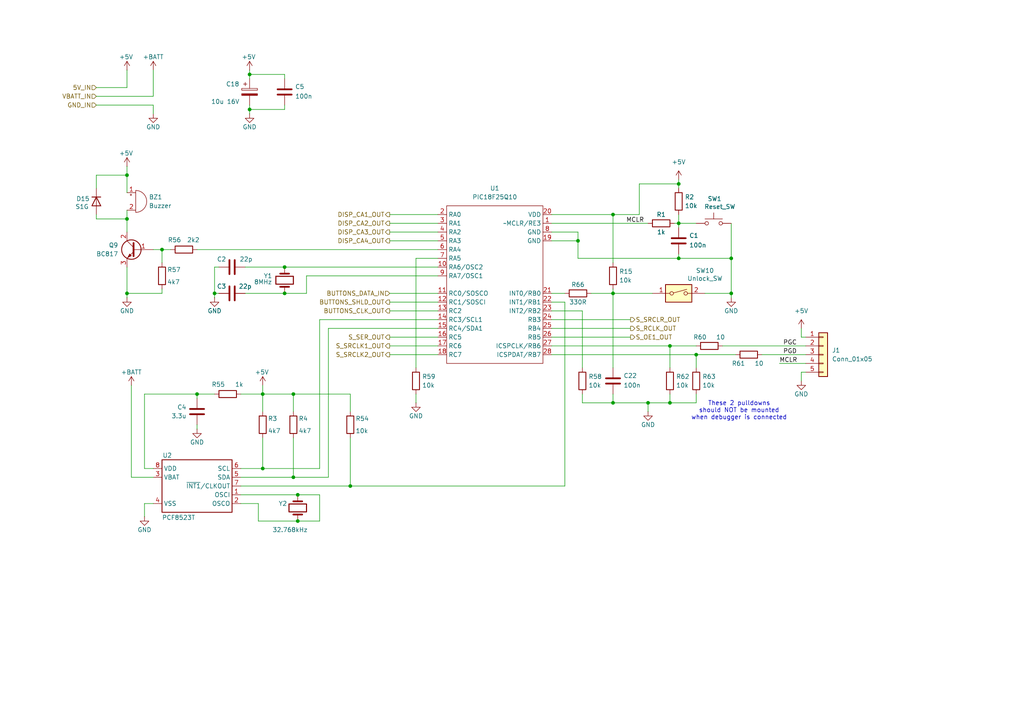
<source format=kicad_sch>
(kicad_sch (version 20231120) (generator "eeschema") (generator_version "8.0")
  (paper "A4")
  (lib_symbols
    (symbol "alf64:+5V" (power) (pin_numbers hide) (pin_names (offset 0) hide)
      (property "Value" "+5V" (at 0 3.556 0))
      (symbol "+5V_0_1"
        (polyline (pts (xy -0.762 1.27) (xy 0 2.54)))
        (polyline (pts (xy 0 0) (xy 0 2.54)))
        (polyline (pts (xy 0 2.54) (xy 0.762 1.27)))
      )
      (symbol "+5V_1_1"
        (pin power_in line (at 0 0 90) (length 0) (name "~") (number "1"))
      )
    )
    (symbol "alf64:+BATT" (power) (pin_numbers hide) (pin_names (offset 0) hide)
      (property "Value" "+BATT" (at 0 3.556 0))
      (symbol "+BATT_0_1"
        (polyline (pts (xy -0.762 1.27) (xy 0 2.54)))
        (polyline (pts (xy 0 0) (xy 0 2.54)))
        (polyline (pts (xy 0 2.54) (xy 0.762 1.27)))
      )
      (symbol "+BATT_1_1"
        (pin power_in line (at 0 0 90) (length 0) (name "~") (number "1"))
      )
    )
    (symbol "alf64:Buzzer" (pin_names (offset 0.0254) hide)
      (property "Reference" "BZ" (at 3.81 1.27 0))
      (property "Value" "Buzzer" (at 3.81 -1.27 0))
      (symbol "Buzzer_0_1"
        (arc (start 0 -3.175) (mid 3.1612 0) (end 0 3.175))
        (polyline (pts (xy -1.651 1.905) (xy -1.143 1.905)))
        (polyline (pts (xy -1.397 2.159) (xy -1.397 1.651)))
        (polyline (pts (xy 0 3.175) (xy 0 -3.175)))
      )
      (symbol "Buzzer_1_1"
        (pin passive line (at -2.54 2.54 0) (length 2.54) (name "+") (number "1"))
        (pin passive line (at -2.54 -2.54 0) (length 2.54) (name "-") (number "2"))
      )
    )
    (symbol "alf64:C" (pin_numbers hide) (pin_names (offset 0.254))
      (property "Reference" "C" (at 0.635 2.54 0))
      (property "Value" "C" (at 0.635 -2.54 0))
      (symbol "C_0_1"
        (polyline (pts (xy -2.032 -0.762) (xy 2.032 -0.762)) (stroke (width 0.508)))
        (polyline (pts (xy -2.032 0.762) (xy 2.032 0.762)) (stroke (width 0.508)))
      )
      (symbol "C_1_1"
        (pin passive line (at 0 3.81 270) (length 2.794) (name "~") (number "1"))
        (pin passive line (at 0 -3.81 90) (length 2.794) (name "~") (number "2"))
      )
    )
    (symbol "alf64:C_Polarized" (pin_numbers hide) (pin_names (offset 0.254))
      (property "Reference" "C" (at 0.635 2.54 0))
      (property "Value" "C_Polarized" (at 0.635 -2.54 0))
      (symbol "C_Polarized_0_1"
        (rectangle (start -2.286 0.508) (end 2.286 1.016))
        (polyline (pts (xy -1.778 2.286) (xy -0.762 2.286)))
        (polyline (pts (xy -1.27 2.794) (xy -1.27 1.778)))
        (rectangle (start 2.286 -0.508) (end -2.286 -1.016) (fill (type outline)))
      )
      (symbol "C_Polarized_1_1"
        (pin passive line (at 0 3.81 270) (length 2.794) (name "~") (number "1"))
        (pin passive line (at 0 -3.81 90) (length 2.794) (name "~") (number "2"))
      )
    )
    (symbol "alf64:Conn_01x05" (pin_names (offset 1.016) hide)
      (property "Reference" "J" (at 0 7.62 0))
      (property "Value" "Conn_01x05" (at 0 -7.62 0))
      (symbol "Conn_01x05_1_1"
        (rectangle (start -1.27 -4.953) (end 0 -5.207) (stroke (width 0.1524)))
        (rectangle (start -1.27 -2.413) (end 0 -2.667) (stroke (width 0.1524)))
        (rectangle (start -1.27 0.127) (end 0 -0.127) (stroke (width 0.1524)))
        (rectangle (start -1.27 2.667) (end 0 2.413) (stroke (width 0.1524)))
        (rectangle (start -1.27 5.207) (end 0 4.953) (stroke (width 0.1524)))
        (rectangle (start -1.27 6.35) (end 1.27 -6.35) (stroke (width 0.254)) (fill (type background)))
        (pin passive line (at -5.08 5.08 0) (length 3.81) (name "Pin_1") (number "1"))
        (pin passive line (at -5.08 2.54 0) (length 3.81) (name "Pin_2") (number "2"))
        (pin passive line (at -5.08 0 0) (length 3.81) (name "Pin_3") (number "3"))
        (pin passive line (at -5.08 -2.54 0) (length 3.81) (name "Pin_4") (number "4"))
        (pin passive line (at -5.08 -5.08 0) (length 3.81) (name "Pin_5") (number "5"))
      )
    )
    (symbol "alf64:Crystal" (pin_numbers hide) (pin_names (offset 1.016) hide)
      (property "Reference" "Y" (at 0 3.81 0))
      (property "Value" "Crystal" (at 0 -3.81 0))
      (symbol "Crystal_0_1"
        (rectangle (start -1.143 2.54) (end 1.143 -2.54) (stroke (width 0.3048)))
        (polyline (pts (xy -2.54 0) (xy -1.905 0)))
        (polyline (pts (xy -1.905 -1.27) (xy -1.905 1.27)) (stroke (width 0.508)))
        (polyline (pts (xy 1.905 -1.27) (xy 1.905 1.27)) (stroke (width 0.508)))
        (polyline (pts (xy 2.54 0) (xy 1.905 0)))
      )
      (symbol "Crystal_1_1"
        (pin passive line (at -3.81 0 0) (length 1.27) (name "1") (number "1"))
        (pin passive line (at 3.81 0 180) (length 1.27) (name "2") (number "2"))
      )
    )
    (symbol "alf64:D" (pin_numbers hide) (pin_names (offset 1.016) hide)
      (property "Reference" "D" (at 0 2.54 0))
      (property "Value" "D" (at 0 -2.54 0))
      (symbol "D_0_1"
        (polyline (pts (xy -1.27 1.27) (xy -1.27 -1.27)) (stroke (width 0.254)))
        (polyline (pts (xy 1.27 0) (xy -1.27 0)))
        (polyline (pts (xy 1.27 1.27) (xy 1.27 -1.27) (xy -1.27 0) (xy 1.27 1.27)) (stroke (width 0.254)))
      )
      (symbol "D_1_1"
        (pin passive line (at -3.81 0 0) (length 2.54) (name "K") (number "1"))
        (pin passive line (at 3.81 0 180) (length 2.54) (name "A") (number "2"))
      )
    )
    (symbol "alf64:GND" (power) (pin_numbers hide) (pin_names (offset 0) hide)
      (property "Value" "GND" (at 0 -3.81 0))
      (symbol "GND_0_1"
        (polyline (pts (xy 0 0) (xy 0 -1.27) (xy 1.27 -1.27) (xy 0 -2.54) (xy -1.27 -1.27) (xy 0 -1.27)))
      )
      (symbol "GND_1_1"
        (pin power_in line (at 0 0 270) (length 0) (name "~") (number "1"))
      )
    )
    (symbol "alf64:PCF8523T"
      (property "Reference" "U" (at -10.16 8.89 0))
      (property "Value" "PCF8523T" (at -10.414 -9.144 0))
      (symbol "PCF8523T_0_1"
        (rectangle (start -10.16 7.62) (end 10.16 -7.62) (stroke (width 0.254)))
      )
      (symbol "PCF8523T_1_1"
        (pin input line (at -12.7 -2.54 0) (length 2.54) (name "OSCI") (number "1"))
        (pin output line (at -12.7 -5.08 0) (length 2.54) (name "OSCO") (number "2"))
        (pin power_in line (at 12.7 2.54 180) (length 2.54) (name "VBAT") (number "3"))
        (pin power_in line (at 12.7 -5.08 180) (length 2.54) (name "VSS") (number "4"))
        (pin bidirectional line (at -12.7 2.54 0) (length 2.54) (name "SDA") (number "5"))
        (pin input line (at -12.7 5.08 0) (length 2.54) (name "SCL") (number "6"))
        (pin open_collector line (at -12.7 0 0) (length 2.54) (name "~{INT1}/CLKOUT") (number "7"))
        (pin power_in line (at 12.7 5.08 180) (length 2.54) (name "VDD") (number "8"))
      )
    )
    (symbol "alf64:PIC18F25Q10"
      (property "Reference" "U" (at -6.096 23.114 0))
      (property "Value" "PIC18F25Q10" (at 1.524 -25.908 0))
      (symbol "PIC18F25Q10_0_1"
        (rectangle (start -12.7 21.59) (end 15.24 -24.13))
      )
      (symbol "PIC18F25Q10_1_1"
        (pin tri_state line (at 17.78 16.51 180) (length 2.54) (name "~MCLR/RE3") (number "1"))
        (pin tri_state line (at -15.24 3.81 0) (length 2.54) (name "RA6/OSC2") (number "10"))
        (pin tri_state line (at -15.24 -3.81 0) (length 2.54) (name "RC0/SOSCO") (number "11"))
        (pin tri_state line (at -15.24 -6.35 0) (length 2.54) (name "RC1/SOSCI") (number "12"))
        (pin tri_state line (at -15.24 -8.89 0) (length 2.54) (name "RC2") (number "13"))
        (pin tri_state line (at -15.24 -11.43 0) (length 2.54) (name "RC3/SCL1") (number "14"))
        (pin tri_state line (at -15.24 -13.97 0) (length 2.54) (name "RC4/SDA1") (number "15"))
        (pin tri_state line (at -15.24 -16.51 0) (length 2.54) (name "RC5") (number "16"))
        (pin tri_state line (at -15.24 -19.05 0) (length 2.54) (name "RC6") (number "17"))
        (pin tri_state line (at -15.24 -21.59 0) (length 2.54) (name "RC7") (number "18"))
        (pin power_out line (at 17.78 11.43 180) (length 2.54) (name "GND") (number "19"))
        (pin tri_state line (at -15.24 19.05 0) (length 2.54) (name "RA0") (number "2"))
        (pin power_in line (at 17.78 19.05 180) (length 2.54) (name "VDD") (number "20"))
        (pin tri_state line (at 17.78 -3.81 180) (length 2.54) (name "INT0/RB0") (number "21"))
        (pin tri_state line (at 17.78 -6.35 180) (length 2.54) (name "INT1/RB1") (number "22"))
        (pin tri_state line (at 17.78 -8.89 180) (length 2.54) (name "INT2/RB2") (number "23"))
        (pin tri_state line (at 17.78 -11.43 180) (length 2.54) (name "RB3") (number "24"))
        (pin tri_state line (at 17.78 -13.97 180) (length 2.54) (name "RB4") (number "25"))
        (pin tri_state line (at 17.78 -16.51 180) (length 2.54) (name "RB5") (number "26"))
        (pin tri_state line (at 17.78 -19.05 180) (length 2.54) (name "ICSPCLK/RB6") (number "27"))
        (pin tri_state line (at 17.78 -21.59 180) (length 2.54) (name "ICSPDAT/RB7") (number "28"))
        (pin tri_state line (at -15.24 16.51 0) (length 2.54) (name "RA1") (number "3"))
        (pin tri_state line (at -15.24 13.97 0) (length 2.54) (name "RA2") (number "4"))
        (pin tri_state line (at -15.24 11.43 0) (length 2.54) (name "RA3") (number "5"))
        (pin tri_state line (at -15.24 8.89 0) (length 2.54) (name "RA4") (number "6"))
        (pin tri_state line (at -15.24 6.35 0) (length 2.54) (name "RA5") (number "7"))
        (pin power_out line (at 17.78 13.97 180) (length 2.54) (name "GND") (number "8"))
        (pin tri_state line (at -15.24 1.27 0) (length 2.54) (name "RA7/OSC1") (number "9"))
      )
    )
    (symbol "alf64:Q_NPN_BCE" (pin_names (offset 0) hide)
      (property "Reference" "Q" (at 5.08 1.27 0))
      (property "Value" "Q_NPN_BCE" (at 5.08 -1.27 0))
      (symbol "Q_NPN_BCE_0_1"
        (polyline (pts (xy 0.635 0.635) (xy 2.54 2.54)))
        (polyline (pts (xy 0.635 -0.635) (xy 2.54 -2.54) (xy 2.54 -2.54)))
        (polyline (pts (xy 0.635 1.905) (xy 0.635 -1.905) (xy 0.635 -1.905)) (stroke (width 0.508)))
        (polyline (pts (xy 1.27 -1.778) (xy 1.778 -1.27) (xy 2.286 -2.286) (xy 1.27 -1.778) (xy 1.27 -1.778)) (fill (type outline)))
        (circle (center 1.27 0) (radius 2.8194) (stroke (width 0.254)))
      )
      (symbol "Q_NPN_BCE_1_1"
        (pin input line (at -5.08 0 0) (length 5.715) (name "B") (number "1"))
        (pin passive line (at 2.54 5.08 270) (length 2.54) (name "C") (number "2"))
        (pin passive line (at 2.54 -5.08 90) (length 2.54) (name "E") (number "3"))
      )
    )
    (symbol "alf64:R" (pin_numbers hide) (pin_names (offset 0))
      (property "Reference" "R" (at 2.032 0 90))
      (property "Value" "R" (at 0 0 90))
      (symbol "R_0_1"
        (rectangle (start -1.016 -2.54) (end 1.016 2.54) (stroke (width 0.254)))
      )
      (symbol "R_1_1"
        (pin passive line (at 0 3.81 270) (length 1.27) (name "~") (number "1"))
        (pin passive line (at 0 -3.81 90) (length 1.27) (name "~") (number "2"))
      )
    )
    (symbol "alf64:SW_DIP_x01" (pin_names (offset 0) hide)
      (property "Reference" "SW" (at 0 3.81 0))
      (property "Value" "SW_DIP_x01" (at 0 -3.81 0))
      (symbol "SW_DIP_x01_0_0"
        (circle (center -2.032 0) (radius 0.508))
        (polyline (pts (xy -1.524 0.127) (xy 2.3622 1.1684)))
        (circle (center 2.032 0) (radius 0.508))
      )
      (symbol "SW_DIP_x01_0_1"
        (rectangle (start -3.81 2.54) (end 3.81 -2.54) (stroke (width 0.254)) (fill (type background)))
      )
      (symbol "SW_DIP_x01_1_1"
        (pin passive line (at -7.62 0 0) (length 5.08) (name "~") (number "1"))
        (pin passive line (at 7.62 0 180) (length 5.08) (name "~") (number "2"))
      )
    )
    (symbol "alf64:SW_Push" (pin_numbers hide) (pin_names (offset 1.016) hide)
      (property "Reference" "SW" (at 1.27 2.54 0))
      (property "Value" "SW_Push" (at 0 -1.524 0))
      (symbol "SW_Push_0_1"
        (circle (center -2.032 0) (radius 0.508))
        (polyline (pts (xy 0 1.27) (xy 0 3.048)))
        (polyline (pts (xy 2.54 1.27) (xy -2.54 1.27)))
        (circle (center 2.032 0) (radius 0.508))
        (pin passive line (at -5.08 0 0) (length 2.54) (name "1") (number "1"))
        (pin passive line (at 5.08 0 180) (length 2.54) (name "2") (number "2"))
      )
    )
  )
  (junction (at 194.31 116.84))
  (junction (at 72.39 31.75))
  (junction (at 86.36 143.51))
  (junction (at 57.15 114.3))
  (junction (at 36.83 63.5))
  (junction (at 196.85 74.93))
  (junction (at 72.39 21.59))
  (junction (at 212.09 85.09))
  (junction (at 196.85 64.77))
  (junction (at 36.83 50.8))
  (junction (at 167.64 69.85))
  (junction (at 76.2 135.89))
  (junction (at 177.8 62.23))
  (junction (at 85.09 114.3))
  (junction (at 62.23 85.09))
  (junction (at 82.55 77.47))
  (junction (at 212.09 74.93))
  (junction (at 85.09 138.43))
  (junction (at 36.83 85.09))
  (junction (at 101.6 140.97))
  (junction (at 46.99 72.39))
  (junction (at 194.31 100.33))
  (junction (at 76.2 114.3))
  (junction (at 86.36 151.13))
  (junction (at 177.8 85.09))
  (junction (at 201.93 102.87))
  (junction (at 196.85 53.34))
  (junction (at 187.96 116.84))
  (junction (at 82.55 85.09))
  (junction (at 177.8 116.84))
  (wire (pts (xy 69.85 114.3) (xy 76.2 114.3)))
  (wire (pts (xy 167.64 74.93) (xy 196.85 74.93)))
  (wire (pts (xy 113.03 97.79) (xy 127 97.79)))
  (wire (pts (xy 95.25 95.25) (xy 127 95.25)))
  (wire (pts (xy 38.1 111.76) (xy 38.1 138.43)))
  (wire (pts (xy 168.91 116.84) (xy 177.8 116.84)))
  (wire (pts (xy 44.45 72.39) (xy 46.99 72.39)))
  (wire (pts (xy 95.25 95.25) (xy 95.25 138.43)))
  (wire (pts (xy 41.91 135.89) (xy 44.45 135.89)))
  (wire (pts (xy 194.31 100.33) (xy 201.93 100.33)))
  (wire (pts (xy 88.9 80.01) (xy 88.9 85.09)))
  (wire (pts (xy 201.93 102.87) (xy 213.36 102.87)))
  (wire (pts (xy 71.12 77.47) (xy 82.55 77.47)))
  (wire (pts (xy 76.2 114.3) (xy 85.09 114.3)))
  (wire (pts (xy 220.98 102.87) (xy 233.68 102.87)))
  (wire (pts (xy 171.45 85.09) (xy 177.8 85.09)))
  (wire (pts (xy 168.91 114.3) (xy 168.91 116.84)))
  (wire (pts (xy 72.39 22.86) (xy 72.39 21.59)))
  (wire (pts (xy 85.09 138.43) (xy 95.25 138.43)))
  (wire (pts (xy 36.83 85.09) (xy 36.83 86.36)))
  (wire (pts (xy 82.55 30.48) (xy 82.55 31.75)))
  (wire (pts (xy 92.71 92.71) (xy 127 92.71)))
  (wire (pts (xy 167.64 67.31) (xy 167.64 69.85)))
  (wire (pts (xy 101.6 140.97) (xy 163.83 140.97)))
  (wire (pts (xy 120.65 74.93) (xy 120.65 106.68)))
  (wire (pts (xy 101.6 119.38) (xy 101.6 114.3)))
  (wire (pts (xy 86.36 143.51) (xy 92.71 143.51)))
  (wire (pts (xy 27.94 27.94) (xy 44.45 27.94)))
  (wire (pts (xy 160.02 97.79) (xy 182.88 97.79)))
  (wire (pts (xy 36.83 60.96) (xy 36.83 63.5)))
  (wire (pts (xy 36.83 63.5) (xy 36.83 67.31)))
  (wire (pts (xy 44.45 33.02) (xy 44.45 30.48)))
  (wire (pts (xy 113.03 87.63) (xy 127 87.63)))
  (wire (pts (xy 212.09 74.93) (xy 196.85 74.93)))
  (wire (pts (xy 120.65 114.3) (xy 120.65 116.84)))
  (wire (pts (xy 82.55 21.59) (xy 72.39 21.59)))
  (wire (pts (xy 163.83 140.97) (xy 163.83 87.63)))
  (wire (pts (xy 177.8 85.09) (xy 189.23 85.09)))
  (wire (pts (xy 92.71 151.13) (xy 92.71 143.51)))
  (wire (pts (xy 113.03 102.87) (xy 127 102.87)))
  (wire (pts (xy 196.85 52.07) (xy 196.85 53.34)))
  (wire (pts (xy 46.99 72.39) (xy 46.99 76.2)))
  (wire (pts (xy 76.2 111.76) (xy 76.2 114.3)))
  (wire (pts (xy 57.15 114.3) (xy 57.15 115.57)))
  (wire (pts (xy 160.02 100.33) (xy 194.31 100.33)))
  (wire (pts (xy 113.03 69.85) (xy 127 69.85)))
  (wire (pts (xy 36.83 20.32) (xy 36.83 25.4)))
  (wire (pts (xy 113.03 90.17) (xy 127 90.17)))
  (wire (pts (xy 167.64 69.85) (xy 167.64 74.93)))
  (wire (pts (xy 113.03 64.77) (xy 127 64.77)))
  (wire (pts (xy 212.09 85.09) (xy 212.09 86.36)))
  (wire (pts (xy 85.09 127) (xy 85.09 138.43)))
  (wire (pts (xy 62.23 85.09) (xy 62.23 86.36)))
  (wire (pts (xy 212.09 74.93) (xy 212.09 85.09)))
  (wire (pts (xy 168.91 90.17) (xy 168.91 106.68)))
  (wire (pts (xy 196.85 53.34) (xy 196.85 54.61)))
  (wire (pts (xy 177.8 85.09) (xy 177.8 106.68)))
  (wire (pts (xy 36.83 85.09) (xy 46.99 85.09)))
  (wire (pts (xy 46.99 72.39) (xy 49.53 72.39)))
  (wire (pts (xy 85.09 114.3) (xy 85.09 119.38)))
  (wire (pts (xy 233.68 107.95) (xy 232.41 107.95)))
  (wire (pts (xy 36.83 50.8) (xy 36.83 55.88)))
  (wire (pts (xy 57.15 72.39) (xy 127 72.39)))
  (wire (pts (xy 226.06 105.41) (xy 233.68 105.41)))
  (wire (pts (xy 72.39 30.48) (xy 72.39 31.75)))
  (wire (pts (xy 69.85 146.05) (xy 74.93 146.05)))
  (wire (pts (xy 212.09 64.77) (xy 212.09 74.93)))
  (wire (pts (xy 113.03 85.09) (xy 127 85.09)))
  (wire (pts (xy 27.94 50.8) (xy 36.83 50.8)))
  (wire (pts (xy 82.55 31.75) (xy 72.39 31.75)))
  (wire (pts (xy 209.55 100.33) (xy 233.68 100.33)))
  (wire (pts (xy 160.02 92.71) (xy 182.88 92.71)))
  (wire (pts (xy 101.6 127) (xy 101.6 140.97)))
  (wire (pts (xy 160.02 64.77) (xy 187.96 64.77)))
  (wire (pts (xy 27.94 54.61) (xy 27.94 50.8)))
  (wire (pts (xy 57.15 123.19) (xy 57.15 124.46)))
  (wire (pts (xy 196.85 64.77) (xy 201.93 64.77)))
  (wire (pts (xy 185.42 62.23) (xy 185.42 53.34)))
  (wire (pts (xy 201.93 102.87) (xy 201.93 106.68)))
  (wire (pts (xy 76.2 127) (xy 76.2 135.89)))
  (wire (pts (xy 187.96 116.84) (xy 194.31 116.84)))
  (wire (pts (xy 27.94 30.48) (xy 44.45 30.48)))
  (wire (pts (xy 113.03 100.33) (xy 127 100.33)))
  (wire (pts (xy 160.02 90.17) (xy 168.91 90.17)))
  (wire (pts (xy 160.02 69.85) (xy 167.64 69.85)))
  (wire (pts (xy 185.42 53.34) (xy 196.85 53.34)))
  (wire (pts (xy 44.45 146.05) (xy 41.91 146.05)))
  (wire (pts (xy 120.65 74.93) (xy 127 74.93)))
  (wire (pts (xy 27.94 63.5) (xy 36.83 63.5)))
  (wire (pts (xy 72.39 31.75) (xy 72.39 33.02)))
  (wire (pts (xy 69.85 143.51) (xy 86.36 143.51)))
  (wire (pts (xy 113.03 67.31) (xy 127 67.31)))
  (wire (pts (xy 36.83 50.8) (xy 36.83 48.26)))
  (wire (pts (xy 160.02 67.31) (xy 167.64 67.31)))
  (wire (pts (xy 160.02 85.09) (xy 163.83 85.09)))
  (wire (pts (xy 41.91 114.3) (xy 57.15 114.3)))
  (wire (pts (xy 177.8 62.23) (xy 177.8 76.2)))
  (wire (pts (xy 196.85 64.77) (xy 196.85 66.04)))
  (wire (pts (xy 113.03 62.23) (xy 127 62.23)))
  (wire (pts (xy 160.02 102.87) (xy 201.93 102.87)))
  (wire (pts (xy 177.8 116.84) (xy 187.96 116.84)))
  (wire (pts (xy 177.8 85.09) (xy 177.8 83.82)))
  (wire (pts (xy 82.55 77.47) (xy 127 77.47)))
  (wire (pts (xy 232.41 107.95) (xy 232.41 110.49)))
  (wire (pts (xy 27.94 62.23) (xy 27.94 63.5)))
  (wire (pts (xy 74.93 151.13) (xy 86.36 151.13)))
  (wire (pts (xy 86.36 151.13) (xy 92.71 151.13)))
  (wire (pts (xy 63.5 77.47) (xy 62.23 77.47)))
  (wire (pts (xy 187.96 116.84) (xy 187.96 119.38)))
  (wire (pts (xy 88.9 80.01) (xy 127 80.01)))
  (wire (pts (xy 69.85 140.97) (xy 101.6 140.97)))
  (wire (pts (xy 196.85 73.66) (xy 196.85 74.93)))
  (wire (pts (xy 177.8 114.3) (xy 177.8 116.84)))
  (wire (pts (xy 62.23 114.3) (xy 57.15 114.3)))
  (wire (pts (xy 44.45 20.32) (xy 44.45 27.94)))
  (wire (pts (xy 71.12 85.09) (xy 82.55 85.09)))
  (wire (pts (xy 204.47 85.09) (xy 212.09 85.09)))
  (wire (pts (xy 41.91 146.05) (xy 41.91 149.86)))
  (wire (pts (xy 82.55 21.59) (xy 82.55 22.86)))
  (wire (pts (xy 160.02 62.23) (xy 177.8 62.23)))
  (wire (pts (xy 82.55 85.09) (xy 88.9 85.09)))
  (wire (pts (xy 92.71 135.89) (xy 92.71 92.71)))
  (wire (pts (xy 72.39 20.32) (xy 72.39 21.59)))
  (wire (pts (xy 69.85 135.89) (xy 76.2 135.89)))
  (wire (pts (xy 194.31 100.33) (xy 194.31 106.68)))
  (wire (pts (xy 101.6 114.3) (xy 85.09 114.3)))
  (wire (pts (xy 233.68 97.79) (xy 232.41 97.79)))
  (wire (pts (xy 44.45 138.43) (xy 38.1 138.43)))
  (wire (pts (xy 196.85 62.23) (xy 196.85 64.77)))
  (wire (pts (xy 41.91 114.3) (xy 41.91 135.89)))
  (wire (pts (xy 62.23 85.09) (xy 63.5 85.09)))
  (wire (pts (xy 27.94 25.4) (xy 36.83 25.4)))
  (wire (pts (xy 160.02 87.63) (xy 163.83 87.63)))
  (wire (pts (xy 160.02 95.25) (xy 182.88 95.25)))
  (wire (pts (xy 46.99 83.82) (xy 46.99 85.09)))
  (wire (pts (xy 201.93 116.84) (xy 194.31 116.84)))
  (wire (pts (xy 62.23 77.47) (xy 62.23 85.09)))
  (wire (pts (xy 76.2 135.89) (xy 92.71 135.89)))
  (wire (pts (xy 76.2 114.3) (xy 76.2 119.38)))
  (wire (pts (xy 194.31 114.3) (xy 194.31 116.84)))
  (wire (pts (xy 232.41 97.79) (xy 232.41 95.25)))
  (wire (pts (xy 177.8 62.23) (xy 185.42 62.23)))
  (wire (pts (xy 201.93 114.3) (xy 201.93 116.84)))
  (wire (pts (xy 69.85 138.43) (xy 85.09 138.43)))
  (wire (pts (xy 36.83 77.47) (xy 36.83 85.09)))
  (wire (pts (xy 74.93 146.05) (xy 74.93 151.13)))
  (wire (pts (xy 196.85 64.77) (xy 195.58 64.77)))
  (text "These 2 pulldowns\nshould NOT be mounted\nwhen debugger is connected" (at 214.376 119.126 0) (effects (font (size 1.27 1.27))))
  (label "MCLR" (at 181.61 64.77 0))
  (label "PGC" (at 231.14 100.33 180))
  (label "PGD" (at 231.14 102.87 180))
  (label "MCLR" (at 226.06 105.41 0))
  (hierarchical_label "DISP_CA3_OUT" (shape output) (at 113.03 67.31 180))
  (hierarchical_label "DISP_CA4_OUT" (shape output) (at 113.03 69.85 180))
  (hierarchical_label "DISP_CA1_OUT" (shape output) (at 113.03 62.23 180))
  (hierarchical_label "S_SRCLK2_OUT" (shape output) (at 113.03 102.87 180))
  (hierarchical_label "S_OE1_OUT" (shape output) (at 182.88 97.79 0))
  (hierarchical_label "VBATT_IN" (shape input) (at 27.94 27.94 180))
  (hierarchical_label "S_SRCLK1_OUT" (shape output) (at 113.03 100.33 180))
  (hierarchical_label "BUTTONS_CLK_OUT" (shape output) (at 113.03 90.17 180))
  (hierarchical_label "BUTTONS_SHLD_OUT" (shape output) (at 113.03 87.63 180))
  (hierarchical_label "S_SER_OUT" (shape output) (at 113.03 97.79 180))
  (hierarchical_label "5V_IN" (shape input) (at 27.94 25.4 180))
  (hierarchical_label "DISP_CA2_OUT" (shape output) (at 113.03 64.77 180))
  (hierarchical_label "BUTTONS_DATA_IN" (shape input) (at 113.03 85.09 180))
  (hierarchical_label "S_SRCLR_OUT" (shape output) (at 182.88 92.71 0))
  (hierarchical_label "S_RCLK_OUT" (shape output) (at 182.88 95.25 0))
  (hierarchical_label "GND_IN" (shape input) (at 27.94 30.48 180))
  (symbol (lib_id "alf64:+5V") (at 36.83 20.32 0) (unit 1)
    (property "Reference" "#PWR01" (effects (hide yes)))
    (property "Value" "+5V" (at 36.576 16.51 0))
    (property "Description" "Power symbol creates a global label with name \"+5V\"" (effects (hide yes)))
  )
  (symbol (lib_id "alf64:R") (at 53.34 72.39 90) (unit 1)
    (property "Reference" "R56" (at 52.578 69.596 90) (effects (justify left)))
    (property "Value" "2k2" (at 57.912 69.596 90) (effects (justify left)))
    (property "Description" "Resistor" (effects (hide yes)))
  )
  (symbol (lib_id "alf64:PIC18F25Q10") (at 142.24 81.28 0) (unit 1)
    (property "Reference" "U1" (at 143.51 54.61 0))
    (property "Value" "PIC18F25Q10" (at 143.51 57.15 0))
  )
  (symbol (lib_id "alf64:R") (at 167.64 85.09 90) (unit 1)
    (property "Reference" "R66" (at 167.64 82.55 90))
    (property "Value" "330R" (at 167.64 87.63 90))
    (property "Description" "Resistor" (effects (hide yes)))
  )
  (symbol (lib_id "alf64:Q_NPN_BCE") (at 39.37 72.39 0) (mirror y) (unit 1)
    (property "Reference" "Q9" (at 34.29 71.1199 0) (effects (justify left)))
    (property "Value" "BC817" (at 34.29 73.6599 0) (effects (justify left)))
    (property "Description" "NPN transistor, base/collector/emitter" (effects (hide yes)))
  )
  (symbol (lib_id "alf64:Crystal") (at 82.55 81.28 90) (unit 1)
    (property "Reference" "Y1" (at 76.454 80.01 90) (effects (justify right)))
    (property "Value" "8MHz" (at 73.66 81.788 90) (effects (justify right)))
    (property "Description" "Two pin crystal" (effects (hide yes)))
  )
  (symbol (lib_id "alf64:R") (at 168.91 110.49 0) (unit 1)
    (property "Reference" "R58" (at 170.688 109.22 0) (effects (justify left)))
    (property "Value" "10k" (at 170.688 111.76 0) (effects (justify left)))
    (property "Description" "Resistor" (effects (hide yes)))
  )
  (symbol (lib_id "alf64:C") (at 177.8 110.49 0) (unit 1)
    (property "Reference" "C22" (at 180.848 108.966 0) (effects (justify left)))
    (property "Value" "100n" (at 180.848 111.76 0) (effects (justify left)))
    (property "Description" "Unpolarized capacitor" (effects (hide yes)))
  )
  (symbol (lib_id "alf64:+BATT") (at 38.1 111.76 0) (unit 1)
    (property "Reference" "#PWR012" (effects (hide yes)))
    (property "Value" "+BATT" (at 38.1 107.95 0))
    (property "Description" "Power symbol creates a global label with name \"+BATT\"" (effects (hide yes)))
  )
  (symbol (lib_id "alf64:C") (at 67.31 77.47 90) (unit 1)
    (property "Reference" "C2" (at 64.262 75.184 90))
    (property "Value" "22p" (at 71.374 75.184 90))
    (property "Description" "Unpolarized capacitor" (effects (hide yes)))
  )
  (symbol (lib_id "alf64:+5V") (at 36.83 48.26 0) (unit 1)
    (property "Reference" "#PWR037" (effects (hide yes)))
    (property "Value" "+5V" (at 36.576 44.45 0))
    (property "Description" "Power symbol creates a global label with name \"+5V\"" (effects (hide yes)))
  )
  (symbol (lib_id "alf64:R") (at 205.74 100.33 90) (unit 1)
    (property "Reference" "R60" (at 204.978 97.79 90) (effects (justify left)))
    (property "Value" "10" (at 210.312 97.79 90) (effects (justify left)))
    (property "Description" "Resistor" (effects (hide yes)))
  )
  (symbol (lib_id "alf64:R") (at 177.8 80.01 0) (unit 1)
    (property "Reference" "R15" (at 179.578 78.74 0) (effects (justify left)))
    (property "Value" "10k" (at 179.578 81.28 0) (effects (justify left)))
    (property "Description" "Resistor" (effects (hide yes)))
  )
  (symbol (lib_id "alf64:GND") (at 120.65 116.84 0) (unit 1)
    (property "Reference" "#PWR054" (effects (hide yes)))
    (property "Value" "GND" (at 120.65 120.65 0))
    (property "Description" "Power symbol creates a global label with name \"GND\" , ground" (effects (hide yes)))
  )
  (symbol (lib_id "alf64:C") (at 82.55 26.67 0) (unit 1)
    (property "Reference" "C5" (at 85.598 25.146 0) (effects (justify left)))
    (property "Value" "100n" (at 85.598 27.94 0) (effects (justify left)))
    (property "Description" "Unpolarized capacitor" (effects (hide yes)))
  )
  (symbol (lib_id "alf64:GND") (at 187.96 119.38 0) (unit 1)
    (property "Reference" "#PWR053" (effects (hide yes)))
    (property "Value" "GND" (at 187.96 123.19 0))
    (property "Description" "Power symbol creates a global label with name \"GND\" , ground" (effects (hide yes)))
  )
  (symbol (lib_id "alf64:Crystal") (at 86.36 147.32 90) (unit 1)
    (property "Reference" "Y2" (at 80.772 146.05 90) (effects (justify right)))
    (property "Value" "32.768kHz" (at 78.994 153.67 90) (effects (justify right)))
    (property "Description" "Two pin crystal" (effects (hide yes)))
  )
  (symbol (lib_id "alf64:R") (at 120.65 110.49 0) (unit 1)
    (property "Reference" "R59" (at 122.428 109.22 0) (effects (justify left)))
    (property "Value" "10k" (at 122.428 111.76 0) (effects (justify left)))
    (property "Description" "Resistor" (effects (hide yes)))
  )
  (symbol (lib_id "alf64:R") (at 201.93 110.49 0) (unit 1)
    (property "Reference" "R63" (at 203.708 109.22 0) (effects (justify left)))
    (property "Value" "10k" (at 203.708 111.76 0) (effects (justify left)))
    (property "Description" "Resistor" (effects (hide yes)))
  )
  (symbol (lib_id "alf64:GND") (at 44.45 33.02 0) (unit 1)
    (property "Reference" "#PWR02" (effects (hide yes)))
    (property "Value" "GND" (at 44.45 36.83 0))
    (property "Description" "Power symbol creates a global label with name \"GND\" , ground" (effects (hide yes)))
  )
  (symbol (lib_id "alf64:R") (at 76.2 123.19 0) (unit 1)
    (property "Reference" "R3" (at 77.724 121.412 0) (effects (justify left)))
    (property "Value" "4k7" (at 77.724 124.968 0) (effects (justify left)))
    (property "Description" "Resistor" (effects (hide yes)))
  )
  (symbol (lib_id "alf64:+5V") (at 72.39 20.32 0) (unit 1)
    (property "Reference" "#PWR056" (effects (hide yes)))
    (property "Value" "+5V" (at 72.136 16.51 0))
    (property "Description" "Power symbol creates a global label with name \"+5V\"" (effects (hide yes)))
  )
  (symbol (lib_id "alf64:R") (at 85.09 123.19 0) (unit 1)
    (property "Reference" "R4" (at 86.614 121.412 0) (effects (justify left)))
    (property "Value" "4k7" (at 86.614 124.968 0) (effects (justify left)))
    (property "Description" "Resistor" (effects (hide yes)))
  )
  (symbol (lib_id "alf64:GND") (at 72.39 33.02 0) (unit 1)
    (property "Reference" "#PWR057" (effects (hide yes)))
    (property "Value" "GND" (at 72.39 36.83 0))
    (property "Description" "Power symbol creates a global label with name \"GND\" , ground" (effects (hide yes)))
  )
  (symbol (lib_id "alf64:D") (at 27.94 58.42 270) (unit 1)
    (property "Reference" "D15" (at 22.098 57.658 90) (effects (justify left)))
    (property "Value" "S1G" (at 21.844 59.944 90) (effects (justify left)))
    (property "Description" "Diode" (effects (hide yes)))
    (property "Sim.Device" "D" (effects (hide yes)))
    (property "Sim.Pins" "1=K 2=A" (effects (hide yes)))
  )
  (symbol (lib_id "alf64:PCF8523T") (at 57.15 140.97 0) (mirror y) (unit 1)
    (property "Reference" "U2" (at 48.514 132.08 0))
    (property "Value" "PCF8523T" (at 51.816 150.114 0))
    (property "Footprint" "Package_SO:SOIC-8_3.9x4.9mm_P1.27mm" (effects (hide yes)))
    (property "Datasheet" "https://www.nxp.com/docs/en/data-sheet/PCF8523.pdf" (effects (hide yes)))
    (property "Description" "Realtime Clock/Calendar I2C Interface, SOIC-8" (effects (hide yes)))
  )
  (symbol (lib_id "alf64:R") (at 46.99 80.01 0) (unit 1)
    (property "Reference" "R57" (at 48.514 78.232 0) (effects (justify left)))
    (property "Value" "4k7" (at 48.514 81.788 0) (effects (justify left)))
    (property "Description" "Resistor" (effects (hide yes)))
  )
  (symbol (lib_id "alf64:Conn_01x05") (at 238.76 102.87 0) (unit 1)
    (property "Reference" "J1" (at 241.3 101.5999 0) (effects (justify left)))
    (property "Value" "Conn_01x05" (at 241.3 104.1399 0) (effects (justify left)))
    (property "Description" "Generic connector, single row, 01x05, script generated (kicad-library-utils/schlib/autogen/connector/)" (effects (hide yes)))
  )
  (symbol (lib_id "alf64:GND") (at 57.15 124.46 0) (unit 1)
    (property "Reference" "#PWR011" (effects (hide yes)))
    (property "Value" "GND" (at 57.15 128.27 0))
    (property "Description" "Power symbol creates a global label with name \"GND\" , ground" (effects (hide yes)))
  )
  (symbol (lib_id "alf64:C") (at 67.31 85.09 90) (unit 1)
    (property "Reference" "C3" (at 64.262 83.058 90))
    (property "Value" "22p" (at 71.12 83.058 90))
    (property "Description" "Unpolarized capacitor" (effects (hide yes)))
  )
  (symbol (lib_id "alf64:+5V") (at 196.85 52.07 0) (unit 1)
    (property "Reference" "#PWR03" (effects (hide yes)))
    (property "Value" "+5V" (at 196.85 46.99 0))
    (property "Description" "Power symbol creates a global label with name \"+5V\"" (effects (hide yes)))
  )
  (symbol (lib_id "alf64:R") (at 217.17 102.87 90) (unit 1)
    (property "Reference" "R61" (at 216.154 105.41 90) (effects (justify left)))
    (property "Value" "10" (at 221.488 105.41 90) (effects (justify left)))
    (property "Description" "Resistor" (effects (hide yes)))
  )
  (symbol (lib_id "alf64:R") (at 101.6 123.19 0) (unit 1)
    (property "Reference" "R54" (at 103.124 121.412 0) (effects (justify left)))
    (property "Value" "10k" (at 103.124 124.968 0) (effects (justify left)))
    (property "Description" "Resistor" (effects (hide yes)))
  )
  (symbol (lib_id "alf64:C_Polarized") (at 72.39 26.67 0) (unit 1)
    (property "Reference" "C18" (at 65.532 24.384 0) (effects (justify left)))
    (property "Value" "10u 16V" (at 61.214 29.464 0) (effects (justify left)))
    (property "Description" "Polarized capacitor" (effects (hide yes)))
  )
  (symbol (lib_id "alf64:SW_Push") (at 207.01 64.77 0) (unit 1)
    (property "Reference" "SW1" (at 207.264 57.658 0))
    (property "Value" "Reset_SW" (at 208.788 59.944 0))
    (property "Description" "Push button switch, generic, two pins" (effects (hide yes)))
  )
  (symbol (lib_id "alf64:+5V") (at 232.41 95.25 0) (unit 1)
    (property "Reference" "#PWR06" (effects (hide yes)))
    (property "Value" "+5V" (at 232.41 90.17 0))
    (property "Description" "Power symbol creates a global label with name \"+5V\"" (effects (hide yes)))
  )
  (symbol (lib_id "alf64:+BATT") (at 44.45 20.32 0) (unit 1)
    (property "Reference" "#PWR07" (effects (hide yes)))
    (property "Value" "+BATT" (at 44.45 16.51 0))
    (property "Description" "Power symbol creates a global label with name \"+BATT\"" (effects (hide yes)))
  )
  (symbol (lib_id "alf64:GND") (at 36.83 86.36 0) (unit 1)
    (property "Reference" "#PWR050" (effects (hide yes)))
    (property "Value" "GND" (at 36.83 90.17 0))
    (property "Description" "Power symbol creates a global label with name \"GND\" , ground" (effects (hide yes)))
  )
  (symbol (lib_id "alf64:GND") (at 212.09 86.36 0) (unit 1)
    (property "Reference" "#PWR04" (effects (hide yes)))
    (property "Value" "GND" (at 212.09 90.17 0))
    (property "Description" "Power symbol creates a global label with name \"GND\" , ground" (effects (hide yes)))
  )
  (symbol (lib_id "alf64:+5V") (at 76.2 111.76 0) (unit 1)
    (property "Reference" "#PWR010" (effects (hide yes)))
    (property "Value" "+5V" (at 75.946 107.95 0))
    (property "Description" "Power symbol creates a global label with name \"+5V\"" (effects (hide yes)))
  )
  (symbol (lib_id "alf64:R") (at 196.85 58.42 0) (unit 1)
    (property "Reference" "R2" (at 198.628 57.15 0) (effects (justify left)))
    (property "Value" "10k" (at 198.628 59.69 0) (effects (justify left)))
    (property "Description" "Resistor" (effects (hide yes)))
  )
  (symbol (lib_id "alf64:GND") (at 232.41 110.49 0) (unit 1)
    (property "Reference" "#PWR05" (effects (hide yes)))
    (property "Value" "GND" (at 232.41 114.3 0))
    (property "Description" "Power symbol creates a global label with name \"GND\" , ground" (effects (hide yes)))
  )
  (symbol (lib_id "alf64:R") (at 66.04 114.3 90) (unit 1)
    (property "Reference" "R55" (at 65.278 111.506 90) (effects (justify left)))
    (property "Value" "1k" (at 70.612 111.506 90) (effects (justify left)))
    (property "Description" "Resistor" (effects (hide yes)))
  )
  (symbol (lib_id "alf64:SW_DIP_x01") (at 196.85 85.09 0) (unit 1)
    (property "Reference" "SW10" (at 204.47 78.486 0))
    (property "Value" "Unlock_SW" (at 204.47 80.772 0))
    (property "Description" "1x DIP Switch, Single Pole Single Throw (SPST) switch, small symbol" (effects (hide yes)))
  )
  (symbol (lib_id "alf64:Buzzer") (at 39.37 58.42 0) (unit 1)
    (property "Reference" "BZ1" (at 43.18 57.1499 0) (effects (justify left)))
    (property "Value" "Buzzer" (at 43.18 59.6899 0) (effects (justify left)))
    (property "Description" "Buzzer, polarized" (effects (hide yes)))
  )
  (symbol (lib_id "alf64:GND") (at 62.23 86.36 0) (unit 1)
    (property "Reference" "#PWR08" (effects (hide yes)))
    (property "Value" "GND" (at 62.23 90.17 0))
    (property "Description" "Power symbol creates a global label with name \"GND\" , ground" (effects (hide yes)))
  )
  (symbol (lib_id "alf64:C") (at 57.15 119.38 0) (mirror y) (unit 1)
    (property "Reference" "C4" (at 54.102 118.11 0) (effects (justify left)))
    (property "Value" "3.3u" (at 54.102 120.65 0) (effects (justify left)))
    (property "Description" "Unpolarized capacitor" (effects (hide yes)))
  )
  (symbol (lib_id "alf64:R") (at 194.31 110.49 0) (unit 1)
    (property "Reference" "R62" (at 196.088 109.22 0) (effects (justify left)))
    (property "Value" "10k" (at 196.088 111.76 0) (effects (justify left)))
    (property "Description" "Resistor" (effects (hide yes)))
  )
  (symbol (lib_id "alf64:R") (at 191.77 64.77 90) (unit 1)
    (property "Reference" "R1" (at 191.77 62.23 90))
    (property "Value" "1k" (at 191.77 67.31 90))
    (property "Description" "Resistor" (effects (hide yes)))
  )
  (symbol (lib_id "alf64:GND") (at 41.91 149.86 0) (unit 1)
    (property "Reference" "#PWR09" (effects (hide yes)))
    (property "Value" "GND" (at 41.91 153.67 0))
    (property "Description" "Power symbol creates a global label with name \"GND\" , ground" (effects (hide yes)))
  )
  (symbol (lib_id "alf64:C") (at 196.85 69.85 0) (unit 1)
    (property "Reference" "C1" (at 199.898 68.326 0) (effects (justify left)))
    (property "Value" "100n" (at 199.898 71.12 0) (effects (justify left)))
    (property "Description" "Unpolarized capacitor" (effects (hide yes)))
  )
)
</source>
